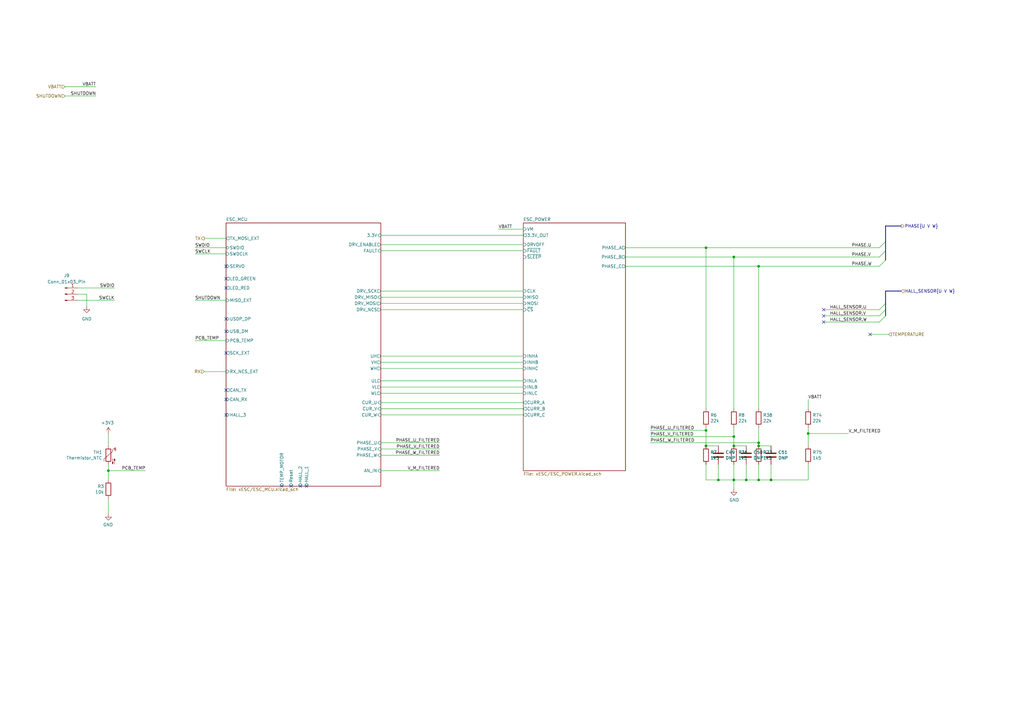
<source format=kicad_sch>
(kicad_sch (version 20231120) (generator "eeschema") (generator_version "8.0")
  (paper "A3")
  (lib_symbols
    (symbol "Connector:Conn_01x03_Pin" (pin_names (offset 1.016) hide)
      (property "Reference" "J" (at 0 5.08 0))
      (property "Value" "Conn_01x03_Pin" (at 0 -5.08 0))
      (symbol "Conn_01x03_Pin_1_1"
        (polyline (pts (xy 1.27 -2.54) (xy 0.8636 -2.54)) (stroke (width 0.1524)))
        (polyline (pts (xy 1.27 0) (xy 0.8636 0)) (stroke (width 0.1524)))
        (polyline (pts (xy 1.27 2.54) (xy 0.8636 2.54)) (stroke (width 0.1524)))
        (rectangle (start 0.8636 -2.413) (end 0 -2.667) (stroke (width 0.1524)) (fill (type outline)))
        (rectangle (start 0.8636 0.127) (end 0 -0.127) (stroke (width 0.1524)) (fill (type outline)))
        (rectangle (start 0.8636 2.667) (end 0 2.413) (stroke (width 0.1524)) (fill (type outline)))
        (pin passive line (at 5.08 2.54 180) (length 3.81) (name "Pin_1") (number "1"))
        (pin passive line (at 5.08 0 180) (length 3.81) (name "Pin_2") (number "2"))
        (pin passive line (at 5.08 -2.54 180) (length 3.81) (name "Pin_3") (number "3"))
      )
    )
    (symbol "Device:C" (pin_numbers hide) (pin_names (offset 0.254))
      (property "Reference" "C" (at 0.635 2.54 0))
      (property "Value" "C" (at 0.635 -2.54 0))
      (symbol "C_0_1"
        (polyline (pts (xy -2.032 -0.762) (xy 2.032 -0.762)) (stroke (width 0.508)))
        (polyline (pts (xy -2.032 0.762) (xy 2.032 0.762)) (stroke (width 0.508)))
      )
      (symbol "C_1_1"
        (pin passive line (at 0 3.81 270) (length 2.794) (name "~") (number "1"))
        (pin passive line (at 0 -3.81 90) (length 2.794) (name "~") (number "2"))
      )
    )
    (symbol "Device:R" (pin_numbers hide) (pin_names (offset 0))
      (property "Reference" "R" (at 2.032 0 90))
      (property "Value" "R" (at 0 0 90))
      (symbol "R_0_1"
        (rectangle (start -1.016 -2.54) (end 1.016 2.54) (stroke (width 0.254)))
      )
      (symbol "R_1_1"
        (pin passive line (at 0 3.81 270) (length 1.27) (name "~") (number "1"))
        (pin passive line (at 0 -3.81 90) (length 1.27) (name "~") (number "2"))
      )
    )
    (symbol "Device:Thermistor_NTC" (pin_numbers hide) (pin_names (offset 0))
      (property "Reference" "TH" (at -4.445 0 90))
      (property "Value" "Thermistor_NTC" (at 3.175 0 90))
      (symbol "Thermistor_NTC_0_1"
        (arc (start -3.048 2.159) (mid -3.0505 2.3165) (end -3.175 2.413))
        (arc (start -3.048 2.159) (mid -2.9736 1.9794) (end -2.794 1.905))
        (arc (start -3.048 2.794) (mid -2.9736 2.6144) (end -2.794 2.54))
        (arc (start -2.794 1.905) (mid -2.6144 1.9794) (end -2.54 2.159))
        (arc (start -2.794 2.54) (mid -2.434 2.5608) (end -2.159 2.794))
        (arc (start -2.794 3.048) (mid -2.9736 2.9736) (end -3.048 2.794))
        (arc (start -2.54 2.794) (mid -2.6144 2.9736) (end -2.794 3.048))
        (rectangle (start -1.016 2.54) (end 1.016 -2.54) (stroke (width 0.254)))
        (polyline (pts (xy -2.54 2.159) (xy -2.54 2.794)))
        (polyline (pts (xy -1.778 2.54) (xy -1.778 1.524) (xy 1.778 -1.524) (xy 1.778 -2.54)))
        (polyline (pts (xy -2.54 -3.683) (xy -2.54 -1.397) (xy -2.794 -2.159) (xy -2.286 -2.159) (xy -2.54 -1.397) (xy -2.54 -1.651)) (fill (type outline)))
        (polyline (pts (xy -1.778 -1.397) (xy -1.778 -3.683) (xy -2.032 -2.921) (xy -1.524 -2.921) (xy -1.778 -3.683) (xy -1.778 -3.429)) (fill (type outline)))
      )
      (symbol "Thermistor_NTC_1_1"
        (pin passive line (at 0 3.81 270) (length 1.27) (name "~") (number "1"))
        (pin passive line (at 0 -3.81 90) (length 1.27) (name "~") (number "2"))
      )
    )
    (symbol "power:+3.3V" (power) (pin_names (offset 0))
      (property "Value" "+3.3V" (at 0 3.556 0))
      (symbol "+3.3V_0_1"
        (polyline (pts (xy -0.762 1.27) (xy 0 2.54)))
        (polyline (pts (xy 0 0) (xy 0 2.54)))
        (polyline (pts (xy 0 2.54) (xy 0.762 1.27)))
      )
      (symbol "+3.3V_1_1"
        (pin power_in line (at 0 0 90) (length 0) hide (name "+3V3") (number "1"))
      )
    )
    (symbol "power:GND" (power) (pin_numbers hide) (pin_names (offset 0) hide)
      (property "Value" "GND" (at 0 -3.81 0))
      (symbol "GND_0_1"
        (polyline (pts (xy 0 0) (xy 0 -1.27) (xy 1.27 -1.27) (xy 0 -2.54) (xy -1.27 -1.27) (xy 0 -1.27)))
      )
      (symbol "GND_1_1"
        (pin power_in line (at 0 0 270) (length 0) (name "~") (number "1"))
      )
    )
  )
  (junction (at 316.23 196.85))
  (junction (at 300.99 182.88))
  (junction (at 311.15 182.88))
  (junction (at 294.64 196.85))
  (junction (at 311.15 109.22))
  (junction (at 289.56 101.6))
  (junction (at 289.56 182.88))
  (junction (at 311.15 181.61))
  (junction (at 331.47 177.8))
  (junction (at 300.99 179.07))
  (junction (at 44.45 193.04))
  (junction (at 300.99 196.85))
  (junction (at 289.56 176.53))
  (junction (at 306.07 196.85))
  (junction (at 300.99 105.41))
  (junction (at 311.15 196.85))
  (no_connect (at 119.38 199.39))
  (no_connect (at 92.71 118.11))
  (no_connect (at 337.82 129.54))
  (no_connect (at 356.87 137.16))
  (no_connect (at 92.71 114.3))
  (no_connect (at 92.71 130.81))
  (no_connect (at 92.71 144.78))
  (no_connect (at 123.19 199.39))
  (no_connect (at 92.71 170.18))
  (no_connect (at 125.73 199.39))
  (no_connect (at 115.57 199.39))
  (no_connect (at 92.71 160.02))
  (no_connect (at 92.71 109.22))
  (no_connect (at 337.82 127))
  (no_connect (at 92.71 163.83))
  (no_connect (at 92.71 135.89))
  (no_connect (at 337.82 132.08))
  (bus_entry (at 360.68 105.41) (size 2.54 -2.54))
  (bus_entry (at 360.68 129.54) (size 2.54 -2.54))
  (bus_entry (at 360.68 132.08) (size 2.54 -2.54))
  (bus_entry (at 360.68 101.6) (size 2.54 -2.54))
  (bus_entry (at 360.68 109.22) (size 2.54 -2.54))
  (bus_entry (at 360.68 127) (size 2.54 -2.54))
  (wire (pts (xy 44.45 182.88) (xy 44.45 177.8)))
  (wire (pts (xy 156.21 102.87) (xy 214.63 102.87)))
  (wire (pts (xy 311.15 182.88) (xy 316.23 182.88)))
  (wire (pts (xy 289.56 176.53) (xy 289.56 182.88)))
  (wire (pts (xy 44.45 190.5) (xy 44.45 193.04)))
  (wire (pts (xy 300.99 175.26) (xy 300.99 179.07)))
  (wire (pts (xy 156.21 127) (xy 214.63 127)))
  (wire (pts (xy 311.15 196.85) (xy 311.15 190.5)))
  (wire (pts (xy 80.01 101.6) (xy 92.71 101.6)))
  (wire (pts (xy 44.45 193.04) (xy 44.45 196.85)))
  (wire (pts (xy 156.21 124.46) (xy 214.63 124.46)))
  (wire (pts (xy 337.82 132.08) (xy 360.68 132.08)))
  (bus (pts (xy 363.22 119.38) (xy 369.57 119.38)))
  (wire (pts (xy 156.21 146.05) (xy 214.63 146.05)))
  (wire (pts (xy 311.15 181.61) (xy 266.7 181.61)))
  (wire (pts (xy 316.23 190.5) (xy 316.23 196.85)))
  (wire (pts (xy 306.07 196.85) (xy 311.15 196.85)))
  (bus (pts (xy 363.22 99.06) (xy 363.22 102.87)))
  (wire (pts (xy 289.56 101.6) (xy 289.56 167.64)))
  (wire (pts (xy 311.15 175.26) (xy 311.15 181.61)))
  (wire (pts (xy 356.87 137.16) (xy 364.49 137.16)))
  (wire (pts (xy 331.47 196.85) (xy 316.23 196.85)))
  (wire (pts (xy 337.82 129.54) (xy 360.68 129.54)))
  (wire (pts (xy 156.21 100.33) (xy 214.63 100.33)))
  (wire (pts (xy 300.99 200.66) (xy 300.99 196.85)))
  (wire (pts (xy 156.21 186.69) (xy 180.34 186.69)))
  (wire (pts (xy 331.47 182.88) (xy 331.47 177.8)))
  (wire (pts (xy 26.67 39.37) (xy 39.37 39.37)))
  (wire (pts (xy 156.21 119.38) (xy 214.63 119.38)))
  (wire (pts (xy 156.21 121.92) (xy 214.63 121.92)))
  (wire (pts (xy 294.64 190.5) (xy 294.64 196.85)))
  (wire (pts (xy 156.21 193.04) (xy 180.34 193.04)))
  (wire (pts (xy 80.01 123.19) (xy 92.71 123.19)))
  (wire (pts (xy 289.56 190.5) (xy 289.56 196.85)))
  (wire (pts (xy 294.64 196.85) (xy 300.99 196.85)))
  (wire (pts (xy 300.99 182.88) (xy 306.07 182.88)))
  (wire (pts (xy 331.47 167.64) (xy 331.47 163.83)))
  (wire (pts (xy 156.21 96.52) (xy 214.63 96.52)))
  (wire (pts (xy 156.21 161.29) (xy 214.63 161.29)))
  (wire (pts (xy 156.21 156.21) (xy 214.63 156.21)))
  (wire (pts (xy 289.56 175.26) (xy 289.56 176.53)))
  (wire (pts (xy 331.47 196.85) (xy 331.47 190.5)))
  (wire (pts (xy 83.82 152.4) (xy 92.71 152.4)))
  (wire (pts (xy 156.21 184.15) (xy 180.34 184.15)))
  (wire (pts (xy 156.21 158.75) (xy 214.63 158.75)))
  (wire (pts (xy 156.21 170.18) (xy 214.63 170.18)))
  (wire (pts (xy 83.82 97.79) (xy 92.71 97.79)))
  (wire (pts (xy 44.45 193.04) (xy 59.69 193.04)))
  (wire (pts (xy 204.47 93.98) (xy 214.63 93.98)))
  (bus (pts (xy 363.22 124.46) (xy 363.22 119.38)))
  (wire (pts (xy 156.21 151.13) (xy 214.63 151.13)))
  (wire (pts (xy 294.64 182.88) (xy 289.56 182.88)))
  (wire (pts (xy 300.99 196.85) (xy 306.07 196.85)))
  (bus (pts (xy 363.22 129.54) (xy 363.22 127)))
  (wire (pts (xy 256.54 101.6) (xy 289.56 101.6)))
  (bus (pts (xy 369.57 92.71) (xy 363.22 92.71)))
  (wire (pts (xy 311.15 109.22) (xy 311.15 167.64)))
  (wire (pts (xy 337.82 127) (xy 360.68 127)))
  (wire (pts (xy 331.47 177.8) (xy 331.47 175.26)))
  (wire (pts (xy 31.75 118.11) (xy 46.99 118.11)))
  (bus (pts (xy 363.22 102.87) (xy 363.22 106.68)))
  (wire (pts (xy 26.67 35.56) (xy 39.37 35.56)))
  (wire (pts (xy 31.75 120.65) (xy 35.56 120.65)))
  (wire (pts (xy 156.21 167.64) (xy 214.63 167.64)))
  (wire (pts (xy 80.01 139.7) (xy 92.71 139.7)))
  (wire (pts (xy 256.54 105.41) (xy 300.99 105.41)))
  (wire (pts (xy 300.99 105.41) (xy 300.99 167.64)))
  (wire (pts (xy 256.54 109.22) (xy 311.15 109.22)))
  (wire (pts (xy 80.01 104.14) (xy 92.71 104.14)))
  (wire (pts (xy 156.21 148.59) (xy 214.63 148.59)))
  (wire (pts (xy 44.45 204.47) (xy 44.45 210.82)))
  (wire (pts (xy 316.23 196.85) (xy 311.15 196.85)))
  (wire (pts (xy 300.99 190.5) (xy 300.99 196.85)))
  (wire (pts (xy 156.21 181.61) (xy 180.34 181.61)))
  (wire (pts (xy 289.56 101.6) (xy 360.68 101.6)))
  (bus (pts (xy 363.22 92.71) (xy 363.22 99.06)))
  (wire (pts (xy 306.07 190.5) (xy 306.07 196.85)))
  (wire (pts (xy 31.75 123.19) (xy 46.99 123.19)))
  (wire (pts (xy 156.21 165.1) (xy 214.63 165.1)))
  (bus (pts (xy 363.22 127) (xy 363.22 124.46)))
  (wire (pts (xy 300.99 105.41) (xy 360.68 105.41)))
  (wire (pts (xy 300.99 179.07) (xy 266.7 179.07)))
  (wire (pts (xy 311.15 109.22) (xy 360.68 109.22)))
  (wire (pts (xy 289.56 196.85) (xy 294.64 196.85)))
  (wire (pts (xy 35.56 120.65) (xy 35.56 125.73)))
  (wire (pts (xy 331.47 177.8) (xy 347.98 177.8)))
  (wire (pts (xy 289.56 176.53) (xy 266.7 176.53)))
  (wire (pts (xy 311.15 181.61) (xy 311.15 182.88)))
  (wire (pts (xy 300.99 179.07) (xy 300.99 182.88)))
  (label "PHASE_V_FILTERED" (at 180.34 184.15 180))
  (label "PHASE_W_FILTERED" (at 180.34 186.69 180))
  (label "HALL_SENSOR.W" (at 340.36 132.08 0))
  (label "PHASE.W" (at 349.25 109.22 0))
  (label "HALL_SENSOR.U" (at 340.36 127 0))
  (label "PCB_TEMP" (at 59.69 193.04 180))
  (label "PHASE.V" (at 349.25 105.41 0))
  (label "V_M_FILTERED" (at 180.34 193.04 180))
  (label "SHUTDOWN" (at 80.01 123.19 0))
  (label "PHASE.U" (at 349.25 101.6 0))
  (label "VBATT" (at 39.37 35.56 180))
  (label "SWDIO" (at 80.01 101.6 0))
  (label "V_M_FILTERED" (at 347.98 177.8 0))
  (label "SWCLK" (at 80.01 104.14 0))
  (label "HALL_SENSOR.V" (at 340.36 129.54 0))
  (label "PHASE_V_FILTERED" (at 266.7 179.07 0))
  (label "PHASE_U_FILTERED" (at 180.34 181.61 180))
  (label "PHASE_U_FILTERED" (at 266.7 176.53 0))
  (label "SHUTDOWN" (at 39.37 39.37 180))
  (label "PHASE_W_FILTERED" (at 266.7 181.61 0))
  (label "PCB_TEMP" (at 80.01 139.7 0))
  (label "SWDIO" (at 46.99 118.11 180))
  (label "VBATT" (at 331.47 163.83 0))
  (label "VBATT" (at 204.47 93.98 0))
  (label "SWCLK" (at 46.99 123.19 180))
  (hierarchical_label "PHASE{U V W}" (shape output) (at 369.57 92.71 0))
  (hierarchical_label "RX" (shape input) (at 83.82 152.4 180))
  (hierarchical_label "HALL_SENSOR{U V W}" (shape input) (at 369.57 119.38 0))
  (hierarchical_label "TEMPERATURE" (shape input) (at 364.49 137.16 0))
  (hierarchical_label "VBATT" (shape input) (at 26.67 35.56 180))
  (hierarchical_label "SHUTDOWN" (shape input) (at 26.67 39.37 180))
  (hierarchical_label "TX" (shape output) (at 83.82 97.79 180))
  (symbol (lib_id "Connector:Conn_01x03_Pin") (at 26.67 120.65 0) (unit 1)
    (property "Reference" "J9" (at 27.305 113.03 0))
    (property "Value" "Conn_01x03_Pin" (at 27.305 115.57 0))
    (property "Footprint" "Connector_PinHeader_2.54mm:PinHeader_1x03_P2.54mm_Vertical" (effects (hide yes)))
    (property "Description" "Generic connector, single row, 01x03, script generated" (effects (hide yes)))
    (instances (project "hw-openmower-worx" (path "" (reference "J9") (unit 1)) (path "" (reference "J16") (unit 1)) (path "" (reference "J17") (unit 1))))
  )
  (symbol (lib_id "Device:R") (at 331.47 186.69 0) (unit 1)
    (property "Reference" "R75" (at 333.248 185.5216 0) (effects (justify left)))
    (property "Value" "1k5" (at 333.248 187.833 0) (effects (justify left)))
    (property "Footprint" "Resistor_SMD:R_0402_1005Metric" (effects (hide yes)))
    (property "Digikey" "311-1.50KHRCT-ND" (effects (hide yes)))
    (property "Part Number" "RC0603FR-071K5L" (effects (hide yes)))
    (property "Stock_PN" "R-603-1.5K-.1W-1%" (effects (hide yes)))
    (property "JLC" "C25867" (effects (hide yes)))
    (property "LCSC" "C25867" (effects (hide yes)))
    (instances (project "hw-openmower-worx" (path "" (reference "R75") (unit 1)) (path "" (reference "R83") (unit 1)) (path "" (reference "R91") (unit 1))))
  )
  (symbol (lib_id "Device:R") (at 311.15 171.45 0) (unit 1)
    (property "Reference" "R38" (at 312.928 170.2816 0) (effects (justify left)))
    (property "Value" "22k" (at 312.928 172.593 0) (effects (justify left)))
    (property "Footprint" "Resistor_SMD:R_0402_1005Metric" (effects (hide yes)))
    (property "Digikey" "RMCF0603FT22K0CT-ND" (effects (hide yes)))
    (property "Part Number" "RMCF0603FT22K0" (effects (hide yes)))
    (property "Stock_PN" "R-603-22K-.1W-1%" (effects (hide yes)))
    (property "JLC" "C25768" (effects (hide yes)))
    (property "LCSC" "C25768" (effects (hide yes)))
    (instances (project "hw-openmower-worx" (path "" (reference "R38") (unit 1)) (path "" (reference "R80") (unit 1)) (path "" (reference "R88") (unit 1))))
  )
  (symbol (lib_id "Device:R") (at 331.47 171.45 0) (unit 1)
    (property "Reference" "R74" (at 333.248 170.2816 0) (effects (justify left)))
    (property "Value" "22k" (at 333.248 172.593 0) (effects (justify left)))
    (property "Footprint" "Resistor_SMD:R_0402_1005Metric" (effects (hide yes)))
    (property "Digikey" "RMCF0603FT22K0CT-ND" (effects (hide yes)))
    (property "Part Number" "RMCF0603FT22K0" (effects (hide yes)))
    (property "Stock_PN" "R-603-22K-.1W-1%" (effects (hide yes)))
    (property "JLC" "C25768" (effects (hide yes)))
    (property "LCSC" "C25768" (effects (hide yes)))
    (instances (project "hw-openmower-worx" (path "" (reference "R74") (unit 1)) (path "" (reference "R82") (unit 1)) (path "" (reference "R90") (unit 1))))
  )
  (symbol (lib_id "Device:C") (at 316.23 186.69 0) (unit 1)
    (property "Reference" "C51" (at 319.151 185.5216 0) (effects (justify left)))
    (property "Value" "DNP" (at 319.151 187.833 0) (effects (justify left)))
    (property "Footprint" "Capacitor_SMD:C_0402_1005Metric" (effects (hide yes)))
    (property "Config" "do not place" (effects (hide yes)))
    (instances (project "hw-openmower-worx" (path "" (reference "C51") (unit 1)) (path "" (reference "C54") (unit 1)) (path "" (reference "C57") (unit 1))))
  )
  (symbol (lib_id "power:GND") (at 44.45 210.82 0) (mirror y) (unit 1)
    (property "Reference" "#PWR014" (effects (hide yes)))
    (property "Value" "GND" (at 44.323 215.2142 0))
    (instances (project "hw-openmower-worx" (path "" (reference "#PWR014") (unit 1)) (path "" (reference "#PWR016") (unit 1)) (path "" (reference "#PWR052") (unit 1))))
  )
  (symbol (lib_id "Device:R") (at 300.99 171.45 0) (unit 1)
    (property "Reference" "R8" (at 302.768 170.2816 0) (effects (justify left)))
    (property "Value" "22k" (at 302.768 172.593 0) (effects (justify left)))
    (property "Footprint" "Resistor_SMD:R_0402_1005Metric" (effects (hide yes)))
    (property "Digikey" "RMCF0603FT22K0CT-ND" (effects (hide yes)))
    (property "Part Number" "RMCF0603FT22K0" (effects (hide yes)))
    (property "Stock_PN" "R-603-22K-.1W-1%" (effects (hide yes)))
    (property "JLC" "C25768" (effects (hide yes)))
    (property "LCSC" "C25768" (effects (hide yes)))
    (instances (project "hw-openmower-worx" (path "" (reference "R8") (unit 1)) (path "" (reference "R78") (unit 1)) (path "" (reference "R86") (unit 1))))
  )
  (symbol (lib_id "Device:R") (at 44.45 200.66 0) (mirror y) (unit 1)
    (property "Reference" "R3" (at 42.672 199.4916 0) (effects (justify left)))
    (property "Value" "10k" (at 42.672 201.803 0) (effects (justify left)))
    (property "Footprint" "Resistor_SMD:R_0402_1005Metric" (effects (hide yes)))
    (property "Digikey" "311-10.0KHRCT-ND" (effects (hide yes)))
    (property "Part Number" "RC0603FR-0710KL" (effects (hide yes)))
    (property "Stock_PN" "R-603-10K-.1W-1%" (effects (hide yes)))
    (property "JLC" "C25744" (effects (hide yes)))
    (instances (project "hw-openmower-worx" (path "" (reference "R3") (unit 1)) (path "" (reference "R4") (unit 1)) (path "" (reference "R5") (unit 1))))
  )
  (symbol (lib_id "Device:C") (at 306.07 186.69 0) (unit 1)
    (property "Reference" "C50" (at 308.991 185.5216 0) (effects (justify left)))
    (property "Value" "DNP" (at 308.991 187.833 0) (effects (justify left)))
    (property "Footprint" "Capacitor_SMD:C_0402_1005Metric" (effects (hide yes)))
    (property "Config" "do not place" (effects (hide yes)))
    (instances (project "hw-openmower-worx" (path "" (reference "C50") (unit 1)) (path "" (reference "C53") (unit 1)) (path "" (reference "C56") (unit 1))))
  )
  (symbol (lib_id "Device:R") (at 300.99 186.69 0) (unit 1)
    (property "Reference" "R36" (at 302.768 185.5216 0) (effects (justify left)))
    (property "Value" "1k5" (at 302.768 187.833 0) (effects (justify left)))
    (property "Footprint" "Resistor_SMD:R_0402_1005Metric" (effects (hide yes)))
    (property "Digikey" "311-1.50KHRCT-ND" (effects (hide yes)))
    (property "Part Number" "RC0603FR-071K5L" (effects (hide yes)))
    (property "Stock_PN" "R-603-1.5K-.1W-1%" (effects (hide yes)))
    (property "JLC" "C25867" (effects (hide yes)))
    (property "LCSC" "C25867" (effects (hide yes)))
    (instances (project "hw-openmower-worx" (path "" (reference "R36") (unit 1)) (path "" (reference "R79") (unit 1)) (path "" (reference "R87") (unit 1))))
  )
  (symbol (lib_id "Device:R") (at 289.56 171.45 0) (unit 1)
    (property "Reference" "R6" (at 291.338 170.2816 0) (effects (justify left)))
    (property "Value" "22k" (at 291.338 172.593 0) (effects (justify left)))
    (property "Footprint" "Resistor_SMD:R_0402_1005Metric" (effects (hide yes)))
    (property "Digikey" "RMCF0603FT22K0CT-ND" (effects (hide yes)))
    (property "Part Number" "RMCF0603FT22K0" (effects (hide yes)))
    (property "Stock_PN" "R-603-22K-.1W-1%" (effects (hide yes)))
    (property "JLC" "C25768" (effects (hide yes)))
    (property "LCSC" "C25768" (effects (hide yes)))
    (instances (project "hw-openmower-worx" (path "" (reference "R6") (unit 1)) (path "" (reference "R76") (unit 1)) (path "" (reference "R84") (unit 1))))
  )
  (symbol (lib_id "Device:C") (at 294.64 186.69 0) (unit 1)
    (property "Reference" "C49" (at 297.561 185.5216 0) (effects (justify left)))
    (property "Value" "DNP" (at 297.561 187.833 0) (effects (justify left)))
    (property "Footprint" "Capacitor_SMD:C_0402_1005Metric" (effects (hide yes)))
    (property "Config" "do not place" (effects (hide yes)))
    (instances (project "hw-openmower-worx" (path "" (reference "C49") (unit 1)) (path "" (reference "C52") (unit 1)) (path "" (reference "C55") (unit 1))))
  )
  (symbol (lib_id "power:+3.3V") (at 44.45 177.8 0) (mirror y) (unit 1)
    (property "Reference" "#PWR013" (effects (hide yes)))
    (property "Value" "+3V3" (at 44.069 173.4058 0))
    (instances (project "hw-openmower-worx" (path "" (reference "#PWR013") (unit 1)) (path "" (reference "#PWR015") (unit 1)) (path "" (reference "#PWR051") (unit 1))))
  )
  (symbol (lib_id "Device:R") (at 311.15 186.69 0) (unit 1)
    (property "Reference" "R73" (at 312.928 185.5216 0) (effects (justify left)))
    (property "Value" "1k5" (at 312.928 187.833 0) (effects (justify left)))
    (property "Footprint" "Resistor_SMD:R_0402_1005Metric" (effects (hide yes)))
    (property "Digikey" "311-1.50KHRCT-ND" (effects (hide yes)))
    (property "Part Number" "RC0603FR-071K5L" (effects (hide yes)))
    (property "Stock_PN" "R-603-1.5K-.1W-1%" (effects (hide yes)))
    (property "JLC" "C25867" (effects (hide yes)))
    (property "LCSC" "C25867" (effects (hide yes)))
    (instances (project "hw-openmower-worx" (path "" (reference "R73") (unit 1)) (path "" (reference "R81") (unit 1)) (path "" (reference "R89") (unit 1))))
  )
  (symbol (lib_id "power:GND") (at 35.56 125.73 0) (unit 1)
    (property "Reference" "#PWR01" (effects (hide yes)))
    (property "Value" "GND" (at 35.56 130.81 0))
    (instances (project "hw-openmower-worx" (path "" (reference "#PWR01") (unit 1)) (path "" (reference "#PWR011") (unit 1)) (path "" (reference "#PWR012") (unit 1))))
  )
  (symbol (lib_id "power:GND") (at 300.99 200.66 0) (unit 1)
    (property "Reference" "#PWR053" (effects (hide yes)))
    (property "Value" "GND" (at 301.117 205.0542 0))
    (instances (project "hw-openmower-worx" (path "" (reference "#PWR053") (unit 1)) (path "" (reference "#PWR054") (unit 1)) (path "" (reference "#PWR055") (unit 1))))
  )
  (symbol (lib_id "Device:R") (at 289.56 186.69 0) (unit 1)
    (property "Reference" "R7" (at 291.338 185.5216 0) (effects (justify left)))
    (property "Value" "1k5" (at 291.338 187.833 0) (effects (justify left)))
    (property "Footprint" "Resistor_SMD:R_0402_1005Metric" (effects (hide yes)))
    (property "Digikey" "311-1.50KHRCT-ND" (effects (hide yes)))
    (property "Part Number" "RC0603FR-071K5L" (effects (hide yes)))
    (property "Stock_PN" "R-603-1.5K-.1W-1%" (effects (hide yes)))
    (property "JLC" "C25867" (effects (hide yes)))
    (property "LCSC" "C25867" (effects (hide yes)))
    (instances (project "hw-openmower-worx" (path "" (reference "R7") (unit 1)) (path "" (reference "R77") (unit 1)) (path "" (reference "R85") (unit 1))))
  )
  (symbol (lib_id "Device:Thermistor_NTC") (at 44.45 186.69 0) (mirror y) (unit 1)
    (property "Reference" "TH1" (at 41.9608 185.5216 0) (effects (justify left)))
    (property "Value" "Thermistor_NTC" (at 41.9608 187.833 0) (effects (justify left)))
    (property "Footprint" "Resistor_SMD:R_0603_1608Metric" (effects (hide yes)))
    (property "Digikey" "490-16279-1-ND" (effects (hide yes)))
    (property "Part Number" "NCU18XH103F60RB" (effects (hide yes)))
    (property "Stock_PN" "TH-NCU18XH103F60RB" (effects (hide yes)))
    (property "JLC" "C440252" (effects (hide yes)))
    (property "LCSC" "C440252" (effects (hide yes)))
    (instances (project "hw-openmower-worx" (path "" (reference "TH1") (unit 1)) (path "" (reference "TH2") (unit 1)) (path "" (reference "TH3") (unit 1))))
  )
  (sheet (at 92.71 91.44) (size 63.5 107.95) (stroke (width 0.1524))
    (property "Sheetname" "ESC_MCU" (at 92.71 90.7284 0) (effects (justify left bottom)))
    (property "Sheetfile" "xESC/ESC_MCU.kicad_sch" (at 92.71 199.9746 0) (effects (justify left top)))
    (pin "UL" output (at 156.21 156.21 0))
    (pin "CAN_TX" output (at 92.71 160.02 180))
    (pin "CAN_RX" input (at 92.71 163.83 180))
    (pin "RX_NCS_EXT" input (at 92.71 152.4 180))
    (pin "FAULT" input (at 156.21 102.87 0))
    (pin "WL" output (at 156.21 161.29 0))
    (pin "VL" output (at 156.21 158.75 0))
    (pin "USDP_DP" bidirectional (at 92.71 130.81 180))
    (pin "DRV_MISO" input (at 156.21 121.92 0))
    (pin "LED_RED" output (at 92.71 118.11 180))
    (pin "LED_GREEN" output (at 92.71 114.3 180))
    (pin "DRV_ENABLE" output (at 156.21 100.33 0))
    (pin "SERVO" input (at 92.71 109.22 180))
    (pin "VH" output (at 156.21 148.59 0))
    (pin "DRV_MOSI" output (at 156.21 124.46 0))
    (pin "PHASE_W" input (at 156.21 186.69 0))
    (pin "PHASE_V" input (at 156.21 184.15 0))
    (pin "PHASE_U" input (at 156.21 181.61 0))
    (pin "WH" output (at 156.21 151.13 0))
    (pin "PCB_TEMP" input (at 92.71 139.7 180))
    (pin "SCK_EXT" output (at 92.71 144.78 180))
    (pin "USB_DM" bidirectional (at 92.71 135.89 180))
    (pin "MISO_EXT" input (at 92.71 123.19 180))
    (pin "UH" output (at 156.21 146.05 0))
    (pin "SWDCLK" input (at 92.71 104.14 180))
    (pin "TX_MOSI_EXT" output (at 92.71 97.79 180))
    (pin "SWDIO" bidirectional (at 92.71 101.6 180))
    (pin "DRV_NCS" output (at 156.21 127 0))
    (pin "DRV_SCK" output (at 156.21 119.38 0))
    (pin "HALL_1" input (at 125.73 199.39 270))
    (pin "HALL_2" input (at 123.19 199.39 270))
    (pin "Reset" input (at 119.38 199.39 270))
    (pin "TEMP_MOTOR" input (at 115.57 199.39 270))
    (pin "CUR_V" input (at 156.21 167.64 0))
    (pin "AN_IN" input (at 156.21 193.04 0))
    (pin "CUR_U" input (at 156.21 165.1 0))
    (pin "CUR_W" input (at 156.21 170.18 0))
    (pin "HALL_3" input (at 92.71 170.18 180))
    (pin "3.3V" input (at 156.21 96.52 0))
  )
  (sheet (at 214.63 91.44) (size 41.91 101.6) (stroke (width 0.1524))
    (property "Sheetname" "ESC_POWER" (at 214.63 90.7284 0) (effects (justify left bottom)))
    (property "Sheetfile" "xESC/ESC_POWER.kicad_sch" (at 214.63 193.6246 0) (effects (justify left top)))
    (pin "DRVOFF" input (at 214.63 100.33 180))
    (pin "~{FAULT}" input (at 214.63 102.87 180))
    (pin "~{SLEEP}" input (at 214.63 105.41 180))
    (pin "VM" input (at 214.63 93.98 180))
    (pin "MISO" input (at 214.63 121.92 180))
    (pin "CLK" input (at 214.63 119.38 180))
    (pin "~{CS}" input (at 214.63 127 180))
    (pin "MOSI" input (at 214.63 124.46 180))
    (pin "CURR_A" output (at 214.63 165.1 180))
    (pin "CURR_B" output (at 214.63 167.64 180))
    (pin "CURR_C" output (at 214.63 170.18 180))
    (pin "INHB" input (at 214.63 148.59 180))
    (pin "INHA" input (at 214.63 146.05 180))
    (pin "PHASE_A" output (at 256.54 101.6 0))
    (pin "PHASE_B" output (at 256.54 105.41 0))
    (pin "PHASE_C" output (at 256.54 109.22 0))
    (pin "INLA" input (at 214.63 156.21 180))
    (pin "INLB" input (at 214.63 158.75 180))
    (pin "INHC" input (at 214.63 151.13 180))
    (pin "INLC" input (at 214.63 161.29 180))
    (pin "3.3V_OUT" output (at 214.63 96.52 180))
  )
)
</source>
